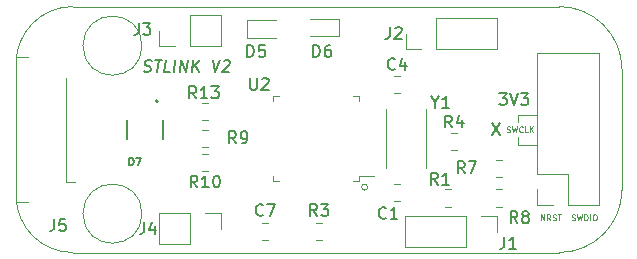
<source format=gbr>
%TF.GenerationSoftware,KiCad,Pcbnew,5.1.10*%
%TF.CreationDate,2021-10-01T14:20:23+03:00*%
%TF.ProjectId,Magma_STLink,4d61676d-615f-4535-944c-696e6b2e6b69,rev?*%
%TF.SameCoordinates,Original*%
%TF.FileFunction,Legend,Top*%
%TF.FilePolarity,Positive*%
%FSLAX46Y46*%
G04 Gerber Fmt 4.6, Leading zero omitted, Abs format (unit mm)*
G04 Created by KiCad (PCBNEW 5.1.10) date 2021-10-01 14:20:23*
%MOMM*%
%LPD*%
G01*
G04 APERTURE LIST*
%ADD10C,0.120000*%
%TA.AperFunction,Profile*%
%ADD11C,0.120000*%
%TD*%
%ADD12C,0.200000*%
%ADD13C,0.150000*%
%ADD14C,0.125000*%
%TA.AperFunction,Profile*%
%ADD15C,0.050000*%
%TD*%
%ADD16C,0.127000*%
%ADD17C,1.100000*%
%ADD18O,3.500000X1.900000*%
%ADD19R,2.500000X1.100000*%
%ADD20R,2.400000X1.700000*%
%ADD21O,1.700000X1.700000*%
%ADD22R,1.700000X1.700000*%
G04 APERTURE END LIST*
D10*
X64058800Y-62280800D02*
G75*
G03*
X64058800Y-62280800I-254000J0D01*
G01*
X76758800Y-56134000D02*
X76758800Y-56743600D01*
X78435200Y-56134000D02*
X76758800Y-56134000D01*
X76758800Y-58724800D02*
X76758800Y-58013600D01*
X78384400Y-58724800D02*
X76758800Y-58724800D01*
D11*
X44958000Y-64526800D02*
G75*
G03*
X44958000Y-64526800I-2500000J0D01*
G01*
X44958000Y-50302800D02*
G75*
G03*
X44958000Y-50302800I-2500000J0D01*
G01*
D12*
X45101657Y-52474761D02*
X45238561Y-52522380D01*
X45476657Y-52522380D01*
X45577847Y-52474761D01*
X45631419Y-52427142D01*
X45690942Y-52331904D01*
X45702847Y-52236666D01*
X45667133Y-52141428D01*
X45625466Y-52093809D01*
X45536180Y-52046190D01*
X45351657Y-51998571D01*
X45262371Y-51950952D01*
X45220704Y-51903333D01*
X45184990Y-51808095D01*
X45196895Y-51712857D01*
X45256419Y-51617619D01*
X45309990Y-51570000D01*
X45411180Y-51522380D01*
X45649276Y-51522380D01*
X45786180Y-51570000D01*
X46077847Y-51522380D02*
X46649276Y-51522380D01*
X46238561Y-52522380D02*
X46363561Y-51522380D01*
X47333800Y-52522380D02*
X46857609Y-52522380D01*
X46982609Y-51522380D01*
X47667133Y-52522380D02*
X47792133Y-51522380D01*
X48143323Y-52522380D02*
X48268323Y-51522380D01*
X48714752Y-52522380D01*
X48839752Y-51522380D01*
X49190942Y-52522380D02*
X49315942Y-51522380D01*
X49762371Y-52522380D02*
X49405228Y-51950952D01*
X49887371Y-51522380D02*
X49244514Y-52093809D01*
X50934990Y-51522380D02*
X51143323Y-52522380D01*
X51601657Y-51522380D01*
X51875466Y-51617619D02*
X51929038Y-51570000D01*
X52030228Y-51522380D01*
X52268323Y-51522380D01*
X52357609Y-51570000D01*
X52399276Y-51617619D01*
X52434990Y-51712857D01*
X52423085Y-51808095D01*
X52357609Y-51950952D01*
X51714752Y-52522380D01*
X52333800Y-52522380D01*
D13*
X74596666Y-56856380D02*
X75263333Y-57856380D01*
X75263333Y-56856380D02*
X74596666Y-57856380D01*
D14*
X75831047Y-57606380D02*
X75902476Y-57630190D01*
X76021523Y-57630190D01*
X76069142Y-57606380D01*
X76092952Y-57582571D01*
X76116761Y-57534952D01*
X76116761Y-57487333D01*
X76092952Y-57439714D01*
X76069142Y-57415904D01*
X76021523Y-57392095D01*
X75926285Y-57368285D01*
X75878666Y-57344476D01*
X75854857Y-57320666D01*
X75831047Y-57273047D01*
X75831047Y-57225428D01*
X75854857Y-57177809D01*
X75878666Y-57154000D01*
X75926285Y-57130190D01*
X76045333Y-57130190D01*
X76116761Y-57154000D01*
X76283428Y-57130190D02*
X76402476Y-57630190D01*
X76497714Y-57273047D01*
X76592952Y-57630190D01*
X76712000Y-57130190D01*
X77188190Y-57582571D02*
X77164380Y-57606380D01*
X77092952Y-57630190D01*
X77045333Y-57630190D01*
X76973904Y-57606380D01*
X76926285Y-57558761D01*
X76902476Y-57511142D01*
X76878666Y-57415904D01*
X76878666Y-57344476D01*
X76902476Y-57249238D01*
X76926285Y-57201619D01*
X76973904Y-57154000D01*
X77045333Y-57130190D01*
X77092952Y-57130190D01*
X77164380Y-57154000D01*
X77188190Y-57177809D01*
X77640571Y-57630190D02*
X77402476Y-57630190D01*
X77402476Y-57130190D01*
X77807238Y-57630190D02*
X77807238Y-57130190D01*
X78092952Y-57630190D02*
X77878666Y-57344476D01*
X78092952Y-57130190D02*
X77807238Y-57415904D01*
X78731371Y-65097790D02*
X78731371Y-64597790D01*
X79017085Y-65097790D01*
X79017085Y-64597790D01*
X79540895Y-65097790D02*
X79374228Y-64859695D01*
X79255180Y-65097790D02*
X79255180Y-64597790D01*
X79445657Y-64597790D01*
X79493276Y-64621600D01*
X79517085Y-64645409D01*
X79540895Y-64693028D01*
X79540895Y-64764457D01*
X79517085Y-64812076D01*
X79493276Y-64835885D01*
X79445657Y-64859695D01*
X79255180Y-64859695D01*
X79731371Y-65073980D02*
X79802800Y-65097790D01*
X79921847Y-65097790D01*
X79969466Y-65073980D01*
X79993276Y-65050171D01*
X80017085Y-65002552D01*
X80017085Y-64954933D01*
X79993276Y-64907314D01*
X79969466Y-64883504D01*
X79921847Y-64859695D01*
X79826609Y-64835885D01*
X79778990Y-64812076D01*
X79755180Y-64788266D01*
X79731371Y-64740647D01*
X79731371Y-64693028D01*
X79755180Y-64645409D01*
X79778990Y-64621600D01*
X79826609Y-64597790D01*
X79945657Y-64597790D01*
X80017085Y-64621600D01*
X80159942Y-64597790D02*
X80445657Y-64597790D01*
X80302800Y-65097790D02*
X80302800Y-64597790D01*
X81338076Y-65073980D02*
X81409504Y-65097790D01*
X81528552Y-65097790D01*
X81576171Y-65073980D01*
X81599980Y-65050171D01*
X81623790Y-65002552D01*
X81623790Y-64954933D01*
X81599980Y-64907314D01*
X81576171Y-64883504D01*
X81528552Y-64859695D01*
X81433314Y-64835885D01*
X81385695Y-64812076D01*
X81361885Y-64788266D01*
X81338076Y-64740647D01*
X81338076Y-64693028D01*
X81361885Y-64645409D01*
X81385695Y-64621600D01*
X81433314Y-64597790D01*
X81552361Y-64597790D01*
X81623790Y-64621600D01*
X81790457Y-64597790D02*
X81909504Y-65097790D01*
X82004742Y-64740647D01*
X82099980Y-65097790D01*
X82219028Y-64597790D01*
X82409504Y-65097790D02*
X82409504Y-64597790D01*
X82528552Y-64597790D01*
X82599980Y-64621600D01*
X82647600Y-64669219D01*
X82671409Y-64716838D01*
X82695219Y-64812076D01*
X82695219Y-64883504D01*
X82671409Y-64978742D01*
X82647600Y-65026361D01*
X82599980Y-65073980D01*
X82528552Y-65097790D01*
X82409504Y-65097790D01*
X82909504Y-65097790D02*
X82909504Y-64597790D01*
X83242838Y-64597790D02*
X83338076Y-64597790D01*
X83385695Y-64621600D01*
X83433314Y-64669219D01*
X83457123Y-64764457D01*
X83457123Y-64931123D01*
X83433314Y-65026361D01*
X83385695Y-65073980D01*
X83338076Y-65097790D01*
X83242838Y-65097790D01*
X83195219Y-65073980D01*
X83147600Y-65026361D01*
X83123790Y-64931123D01*
X83123790Y-64764457D01*
X83147600Y-64669219D01*
X83195219Y-64621600D01*
X83242838Y-64597790D01*
D13*
X75215904Y-54316380D02*
X75834952Y-54316380D01*
X75501619Y-54697333D01*
X75644476Y-54697333D01*
X75739714Y-54744952D01*
X75787333Y-54792571D01*
X75834952Y-54887809D01*
X75834952Y-55125904D01*
X75787333Y-55221142D01*
X75739714Y-55268761D01*
X75644476Y-55316380D01*
X75358761Y-55316380D01*
X75263523Y-55268761D01*
X75215904Y-55221142D01*
X76120666Y-54316380D02*
X76454000Y-55316380D01*
X76787333Y-54316380D01*
X77025428Y-54316380D02*
X77644476Y-54316380D01*
X77311142Y-54697333D01*
X77454000Y-54697333D01*
X77549238Y-54744952D01*
X77596857Y-54792571D01*
X77644476Y-54887809D01*
X77644476Y-55125904D01*
X77596857Y-55221142D01*
X77549238Y-55268761D01*
X77454000Y-55316380D01*
X77168285Y-55316380D01*
X77073047Y-55268761D01*
X77025428Y-55221142D01*
D15*
X85598000Y-52324000D02*
X85598000Y-62484000D01*
X80264000Y-46990000D02*
G75*
G02*
X85598000Y-52324000I0J-5334000D01*
G01*
X85598000Y-62484000D02*
G75*
G02*
X80264000Y-67818000I-5334000J0D01*
G01*
X43180000Y-67818000D02*
X39116000Y-67818000D01*
X34290000Y-51816000D02*
X34290000Y-62992000D01*
X39116000Y-67818000D02*
G75*
G02*
X34290000Y-62992000I0J4826000D01*
G01*
X34290000Y-51816000D02*
G75*
G02*
X39116000Y-46990000I4826000J0D01*
G01*
X43180000Y-46990000D02*
X39116000Y-46990000D01*
X43180000Y-67818000D02*
X80264000Y-67818000D01*
X43180000Y-46990000D02*
X80264000Y-46990000D01*
D10*
%TO.C,J5*%
X38500000Y-61804000D02*
X39255000Y-61804000D01*
X35330000Y-51259000D02*
X34280000Y-51259000D01*
X35330000Y-63549000D02*
X34280000Y-63549000D01*
X38500000Y-61804000D02*
X38500000Y-53004000D01*
%TO.C,Y1*%
X65600000Y-60666000D02*
X65600000Y-55666000D01*
X69020000Y-60666000D02*
X69020000Y-55666000D01*
%TO.C,U2*%
X56530000Y-54556000D02*
X56080000Y-54556000D01*
X56080000Y-54556000D02*
X56080000Y-55006000D01*
X62850000Y-54556000D02*
X63300000Y-54556000D01*
X63300000Y-54556000D02*
X63300000Y-55006000D01*
X56530000Y-61776000D02*
X56080000Y-61776000D01*
X56080000Y-61776000D02*
X56080000Y-61326000D01*
X62850000Y-61776000D02*
X63300000Y-61776000D01*
X63300000Y-61776000D02*
X63300000Y-61326000D01*
X63300000Y-61326000D02*
X64590000Y-61326000D01*
%TO.C,STLINK_CONN1*%
X83626000Y-63784000D02*
X81026000Y-63784000D01*
X83626000Y-63784000D02*
X83626000Y-50964000D01*
X83626000Y-50964000D02*
X78426000Y-50964000D01*
X78426000Y-61184000D02*
X78426000Y-50964000D01*
X81026000Y-61184000D02*
X78426000Y-61184000D01*
X81026000Y-63784000D02*
X81026000Y-61184000D01*
X78426000Y-63784000D02*
X78426000Y-62454000D01*
X79756000Y-63784000D02*
X78426000Y-63784000D01*
%TO.C,R13*%
X50519064Y-56615000D02*
X50064936Y-56615000D01*
X50519064Y-55145000D02*
X50064936Y-55145000D01*
%TO.C,R10*%
X50519064Y-60933000D02*
X50064936Y-60933000D01*
X50519064Y-59463000D02*
X50064936Y-59463000D01*
%TO.C,R9*%
X50519064Y-58901000D02*
X50064936Y-58901000D01*
X50519064Y-57431000D02*
X50064936Y-57431000D01*
%TO.C,R8*%
X74956936Y-62460200D02*
X75411064Y-62460200D01*
X74956936Y-63930200D02*
X75411064Y-63930200D01*
%TO.C,R7*%
X74956936Y-59971000D02*
X75411064Y-59971000D01*
X74956936Y-61441000D02*
X75411064Y-61441000D01*
%TO.C,R4*%
X71146936Y-57685000D02*
X71601064Y-57685000D01*
X71146936Y-59155000D02*
X71601064Y-59155000D01*
%TO.C,R3*%
X60155064Y-66775000D02*
X59700936Y-66775000D01*
X60155064Y-65305000D02*
X59700936Y-65305000D01*
%TO.C,R1*%
X71093064Y-63930200D02*
X70638936Y-63930200D01*
X71093064Y-62460200D02*
X70638936Y-62460200D01*
%TO.C,J4*%
X46422000Y-64456000D02*
X46422000Y-67116000D01*
X49022000Y-64456000D02*
X46422000Y-64456000D01*
X49022000Y-67116000D02*
X46422000Y-67116000D01*
X49022000Y-64456000D02*
X49022000Y-67116000D01*
X50292000Y-64456000D02*
X51622000Y-64456000D01*
X51622000Y-64456000D02*
X51622000Y-65786000D01*
%TO.C,J3*%
X51612000Y-50352000D02*
X51612000Y-47692000D01*
X49012000Y-50352000D02*
X51612000Y-50352000D01*
X49012000Y-47692000D02*
X51612000Y-47692000D01*
X49012000Y-50352000D02*
X49012000Y-47692000D01*
X47742000Y-50352000D02*
X46412000Y-50352000D01*
X46412000Y-50352000D02*
X46412000Y-49022000D01*
%TO.C,J2*%
X75020000Y-50606000D02*
X75020000Y-47946000D01*
X69880000Y-50606000D02*
X75020000Y-50606000D01*
X69880000Y-47946000D02*
X75020000Y-47946000D01*
X69880000Y-50606000D02*
X69880000Y-47946000D01*
X68610000Y-50606000D02*
X67280000Y-50606000D01*
X67280000Y-50606000D02*
X67280000Y-49276000D01*
%TO.C,J1*%
X67250000Y-64710000D02*
X67250000Y-67370000D01*
X72390000Y-64710000D02*
X67250000Y-64710000D01*
X72390000Y-67370000D02*
X67250000Y-67370000D01*
X72390000Y-64710000D02*
X72390000Y-67370000D01*
X73660000Y-64710000D02*
X74990000Y-64710000D01*
X74990000Y-64710000D02*
X74990000Y-66040000D01*
D16*
%TO.C,D7*%
X46776000Y-56591500D02*
X46776000Y-58216500D01*
X43648000Y-56591500D02*
X43648000Y-58216500D01*
D12*
X46312000Y-55004000D02*
G75*
G03*
X46312000Y-55004000I-100000J0D01*
G01*
D10*
%TO.C,D6*%
X59144000Y-49503000D02*
X61604000Y-49503000D01*
X61604000Y-49503000D02*
X61604000Y-48033000D01*
X61604000Y-48033000D02*
X59144000Y-48033000D01*
%TO.C,D5*%
X56313000Y-48160000D02*
X53853000Y-48160000D01*
X53853000Y-48160000D02*
X53853000Y-49630000D01*
X53853000Y-49630000D02*
X56313000Y-49630000D01*
%TO.C,C7*%
X55633252Y-66775000D02*
X55110748Y-66775000D01*
X55633252Y-65305000D02*
X55110748Y-65305000D01*
%TO.C,C4*%
X66286748Y-52859000D02*
X66809252Y-52859000D01*
X66286748Y-54329000D02*
X66809252Y-54329000D01*
%TO.C,C1*%
X66265248Y-62003000D02*
X66787752Y-62003000D01*
X66265248Y-63473000D02*
X66787752Y-63473000D01*
%TD*%
%TO.C,J5*%
D13*
X37512666Y-64984380D02*
X37512666Y-65698666D01*
X37465047Y-65841523D01*
X37369809Y-65936761D01*
X37226952Y-65984380D01*
X37131714Y-65984380D01*
X38465047Y-64984380D02*
X37988857Y-64984380D01*
X37941238Y-65460571D01*
X37988857Y-65412952D01*
X38084095Y-65365333D01*
X38322190Y-65365333D01*
X38417428Y-65412952D01*
X38465047Y-65460571D01*
X38512666Y-65555809D01*
X38512666Y-65793904D01*
X38465047Y-65889142D01*
X38417428Y-65936761D01*
X38322190Y-65984380D01*
X38084095Y-65984380D01*
X37988857Y-65936761D01*
X37941238Y-65889142D01*
%TO.C,Y1*%
X69780209Y-55094190D02*
X69780209Y-55570380D01*
X69446876Y-54570380D02*
X69780209Y-55094190D01*
X70113542Y-54570380D01*
X70970685Y-55570380D02*
X70399257Y-55570380D01*
X70684971Y-55570380D02*
X70684971Y-54570380D01*
X70589733Y-54713238D01*
X70494495Y-54808476D01*
X70399257Y-54856095D01*
%TO.C,U2*%
X54102095Y-53046380D02*
X54102095Y-53855904D01*
X54149714Y-53951142D01*
X54197333Y-53998761D01*
X54292571Y-54046380D01*
X54483047Y-54046380D01*
X54578285Y-53998761D01*
X54625904Y-53951142D01*
X54673523Y-53855904D01*
X54673523Y-53046380D01*
X55102095Y-53141619D02*
X55149714Y-53094000D01*
X55244952Y-53046380D01*
X55483047Y-53046380D01*
X55578285Y-53094000D01*
X55625904Y-53141619D01*
X55673523Y-53236857D01*
X55673523Y-53332095D01*
X55625904Y-53474952D01*
X55054476Y-54046380D01*
X55673523Y-54046380D01*
%TO.C,R13*%
X49547542Y-54757580D02*
X49214209Y-54281390D01*
X48976114Y-54757580D02*
X48976114Y-53757580D01*
X49357066Y-53757580D01*
X49452304Y-53805200D01*
X49499923Y-53852819D01*
X49547542Y-53948057D01*
X49547542Y-54090914D01*
X49499923Y-54186152D01*
X49452304Y-54233771D01*
X49357066Y-54281390D01*
X48976114Y-54281390D01*
X50499923Y-54757580D02*
X49928495Y-54757580D01*
X50214209Y-54757580D02*
X50214209Y-53757580D01*
X50118971Y-53900438D01*
X50023733Y-53995676D01*
X49928495Y-54043295D01*
X50833257Y-53757580D02*
X51452304Y-53757580D01*
X51118971Y-54138533D01*
X51261828Y-54138533D01*
X51357066Y-54186152D01*
X51404685Y-54233771D01*
X51452304Y-54329009D01*
X51452304Y-54567104D01*
X51404685Y-54662342D01*
X51357066Y-54709961D01*
X51261828Y-54757580D01*
X50976114Y-54757580D01*
X50880876Y-54709961D01*
X50833257Y-54662342D01*
%TO.C,R10*%
X49649142Y-62300380D02*
X49315809Y-61824190D01*
X49077714Y-62300380D02*
X49077714Y-61300380D01*
X49458666Y-61300380D01*
X49553904Y-61348000D01*
X49601523Y-61395619D01*
X49649142Y-61490857D01*
X49649142Y-61633714D01*
X49601523Y-61728952D01*
X49553904Y-61776571D01*
X49458666Y-61824190D01*
X49077714Y-61824190D01*
X50601523Y-62300380D02*
X50030095Y-62300380D01*
X50315809Y-62300380D02*
X50315809Y-61300380D01*
X50220571Y-61443238D01*
X50125333Y-61538476D01*
X50030095Y-61586095D01*
X51220571Y-61300380D02*
X51315809Y-61300380D01*
X51411047Y-61348000D01*
X51458666Y-61395619D01*
X51506285Y-61490857D01*
X51553904Y-61681333D01*
X51553904Y-61919428D01*
X51506285Y-62109904D01*
X51458666Y-62205142D01*
X51411047Y-62252761D01*
X51315809Y-62300380D01*
X51220571Y-62300380D01*
X51125333Y-62252761D01*
X51077714Y-62205142D01*
X51030095Y-62109904D01*
X50982476Y-61919428D01*
X50982476Y-61681333D01*
X51030095Y-61490857D01*
X51077714Y-61395619D01*
X51125333Y-61348000D01*
X51220571Y-61300380D01*
%TO.C,R9*%
X52919333Y-58567580D02*
X52586000Y-58091390D01*
X52347904Y-58567580D02*
X52347904Y-57567580D01*
X52728857Y-57567580D01*
X52824095Y-57615200D01*
X52871714Y-57662819D01*
X52919333Y-57758057D01*
X52919333Y-57900914D01*
X52871714Y-57996152D01*
X52824095Y-58043771D01*
X52728857Y-58091390D01*
X52347904Y-58091390D01*
X53395523Y-58567580D02*
X53586000Y-58567580D01*
X53681238Y-58519961D01*
X53728857Y-58472342D01*
X53824095Y-58329485D01*
X53871714Y-58139009D01*
X53871714Y-57758057D01*
X53824095Y-57662819D01*
X53776476Y-57615200D01*
X53681238Y-57567580D01*
X53490761Y-57567580D01*
X53395523Y-57615200D01*
X53347904Y-57662819D01*
X53300285Y-57758057D01*
X53300285Y-57996152D01*
X53347904Y-58091390D01*
X53395523Y-58139009D01*
X53490761Y-58186628D01*
X53681238Y-58186628D01*
X53776476Y-58139009D01*
X53824095Y-58091390D01*
X53871714Y-57996152D01*
%TO.C,R8*%
X76744533Y-65323980D02*
X76411200Y-64847790D01*
X76173104Y-65323980D02*
X76173104Y-64323980D01*
X76554057Y-64323980D01*
X76649295Y-64371600D01*
X76696914Y-64419219D01*
X76744533Y-64514457D01*
X76744533Y-64657314D01*
X76696914Y-64752552D01*
X76649295Y-64800171D01*
X76554057Y-64847790D01*
X76173104Y-64847790D01*
X77315961Y-64752552D02*
X77220723Y-64704933D01*
X77173104Y-64657314D01*
X77125485Y-64562076D01*
X77125485Y-64514457D01*
X77173104Y-64419219D01*
X77220723Y-64371600D01*
X77315961Y-64323980D01*
X77506438Y-64323980D01*
X77601676Y-64371600D01*
X77649295Y-64419219D01*
X77696914Y-64514457D01*
X77696914Y-64562076D01*
X77649295Y-64657314D01*
X77601676Y-64704933D01*
X77506438Y-64752552D01*
X77315961Y-64752552D01*
X77220723Y-64800171D01*
X77173104Y-64847790D01*
X77125485Y-64943028D01*
X77125485Y-65133504D01*
X77173104Y-65228742D01*
X77220723Y-65276361D01*
X77315961Y-65323980D01*
X77506438Y-65323980D01*
X77601676Y-65276361D01*
X77649295Y-65228742D01*
X77696914Y-65133504D01*
X77696914Y-64943028D01*
X77649295Y-64847790D01*
X77601676Y-64800171D01*
X77506438Y-64752552D01*
%TO.C,R7*%
X72274133Y-61107580D02*
X71940800Y-60631390D01*
X71702704Y-61107580D02*
X71702704Y-60107580D01*
X72083657Y-60107580D01*
X72178895Y-60155200D01*
X72226514Y-60202819D01*
X72274133Y-60298057D01*
X72274133Y-60440914D01*
X72226514Y-60536152D01*
X72178895Y-60583771D01*
X72083657Y-60631390D01*
X71702704Y-60631390D01*
X72607466Y-60107580D02*
X73274133Y-60107580D01*
X72845561Y-61107580D01*
%TO.C,R4*%
X71207333Y-57222380D02*
X70874000Y-56746190D01*
X70635904Y-57222380D02*
X70635904Y-56222380D01*
X71016857Y-56222380D01*
X71112095Y-56270000D01*
X71159714Y-56317619D01*
X71207333Y-56412857D01*
X71207333Y-56555714D01*
X71159714Y-56650952D01*
X71112095Y-56698571D01*
X71016857Y-56746190D01*
X70635904Y-56746190D01*
X72064476Y-56555714D02*
X72064476Y-57222380D01*
X71826380Y-56174761D02*
X71588285Y-56889047D01*
X72207333Y-56889047D01*
%TO.C,R3*%
X59777333Y-64714380D02*
X59444000Y-64238190D01*
X59205904Y-64714380D02*
X59205904Y-63714380D01*
X59586857Y-63714380D01*
X59682095Y-63762000D01*
X59729714Y-63809619D01*
X59777333Y-63904857D01*
X59777333Y-64047714D01*
X59729714Y-64142952D01*
X59682095Y-64190571D01*
X59586857Y-64238190D01*
X59205904Y-64238190D01*
X60110666Y-63714380D02*
X60729714Y-63714380D01*
X60396380Y-64095333D01*
X60539238Y-64095333D01*
X60634476Y-64142952D01*
X60682095Y-64190571D01*
X60729714Y-64285809D01*
X60729714Y-64523904D01*
X60682095Y-64619142D01*
X60634476Y-64666761D01*
X60539238Y-64714380D01*
X60253523Y-64714380D01*
X60158285Y-64666761D01*
X60110666Y-64619142D01*
%TO.C,R1*%
X69988133Y-62072780D02*
X69654800Y-61596590D01*
X69416704Y-62072780D02*
X69416704Y-61072780D01*
X69797657Y-61072780D01*
X69892895Y-61120400D01*
X69940514Y-61168019D01*
X69988133Y-61263257D01*
X69988133Y-61406114D01*
X69940514Y-61501352D01*
X69892895Y-61548971D01*
X69797657Y-61596590D01*
X69416704Y-61596590D01*
X70940514Y-62072780D02*
X70369085Y-62072780D01*
X70654800Y-62072780D02*
X70654800Y-61072780D01*
X70559561Y-61215638D01*
X70464323Y-61310876D01*
X70369085Y-61358495D01*
%TO.C,J4*%
X45132666Y-65238380D02*
X45132666Y-65952666D01*
X45085047Y-66095523D01*
X44989809Y-66190761D01*
X44846952Y-66238380D01*
X44751714Y-66238380D01*
X46037428Y-65571714D02*
X46037428Y-66238380D01*
X45799333Y-65190761D02*
X45561238Y-65905047D01*
X46180285Y-65905047D01*
%TO.C,J3*%
X44675466Y-48372780D02*
X44675466Y-49087066D01*
X44627847Y-49229923D01*
X44532609Y-49325161D01*
X44389752Y-49372780D01*
X44294514Y-49372780D01*
X45056419Y-48372780D02*
X45675466Y-48372780D01*
X45342133Y-48753733D01*
X45484990Y-48753733D01*
X45580228Y-48801352D01*
X45627847Y-48848971D01*
X45675466Y-48944209D01*
X45675466Y-49182304D01*
X45627847Y-49277542D01*
X45580228Y-49325161D01*
X45484990Y-49372780D01*
X45199276Y-49372780D01*
X45104038Y-49325161D01*
X45056419Y-49277542D01*
%TO.C,J2*%
X65946666Y-48728380D02*
X65946666Y-49442666D01*
X65899047Y-49585523D01*
X65803809Y-49680761D01*
X65660952Y-49728380D01*
X65565714Y-49728380D01*
X66375238Y-48823619D02*
X66422857Y-48776000D01*
X66518095Y-48728380D01*
X66756190Y-48728380D01*
X66851428Y-48776000D01*
X66899047Y-48823619D01*
X66946666Y-48918857D01*
X66946666Y-49014095D01*
X66899047Y-49156952D01*
X66327619Y-49728380D01*
X66946666Y-49728380D01*
%TO.C,J1*%
X75612666Y-66508380D02*
X75612666Y-67222666D01*
X75565047Y-67365523D01*
X75469809Y-67460761D01*
X75326952Y-67508380D01*
X75231714Y-67508380D01*
X76612666Y-67508380D02*
X76041238Y-67508380D01*
X76326952Y-67508380D02*
X76326952Y-66508380D01*
X76231714Y-66651238D01*
X76136476Y-66746476D01*
X76041238Y-66794095D01*
%TO.C,D7*%
X43876019Y-60436723D02*
X43876019Y-59796723D01*
X44028400Y-59796723D01*
X44119828Y-59827200D01*
X44180780Y-59888152D01*
X44211257Y-59949104D01*
X44241733Y-60071009D01*
X44241733Y-60162438D01*
X44211257Y-60284342D01*
X44180780Y-60345295D01*
X44119828Y-60406247D01*
X44028400Y-60436723D01*
X43876019Y-60436723D01*
X44455066Y-59796723D02*
X44881733Y-59796723D01*
X44607447Y-60436723D01*
%TO.C,D6*%
X59459904Y-51252380D02*
X59459904Y-50252380D01*
X59698000Y-50252380D01*
X59840857Y-50300000D01*
X59936095Y-50395238D01*
X59983714Y-50490476D01*
X60031333Y-50680952D01*
X60031333Y-50823809D01*
X59983714Y-51014285D01*
X59936095Y-51109523D01*
X59840857Y-51204761D01*
X59698000Y-51252380D01*
X59459904Y-51252380D01*
X60888476Y-50252380D02*
X60698000Y-50252380D01*
X60602761Y-50300000D01*
X60555142Y-50347619D01*
X60459904Y-50490476D01*
X60412285Y-50680952D01*
X60412285Y-51061904D01*
X60459904Y-51157142D01*
X60507523Y-51204761D01*
X60602761Y-51252380D01*
X60793238Y-51252380D01*
X60888476Y-51204761D01*
X60936095Y-51157142D01*
X60983714Y-51061904D01*
X60983714Y-50823809D01*
X60936095Y-50728571D01*
X60888476Y-50680952D01*
X60793238Y-50633333D01*
X60602761Y-50633333D01*
X60507523Y-50680952D01*
X60459904Y-50728571D01*
X60412285Y-50823809D01*
%TO.C,D5*%
X53871904Y-51252380D02*
X53871904Y-50252380D01*
X54110000Y-50252380D01*
X54252857Y-50300000D01*
X54348095Y-50395238D01*
X54395714Y-50490476D01*
X54443333Y-50680952D01*
X54443333Y-50823809D01*
X54395714Y-51014285D01*
X54348095Y-51109523D01*
X54252857Y-51204761D01*
X54110000Y-51252380D01*
X53871904Y-51252380D01*
X55348095Y-50252380D02*
X54871904Y-50252380D01*
X54824285Y-50728571D01*
X54871904Y-50680952D01*
X54967142Y-50633333D01*
X55205238Y-50633333D01*
X55300476Y-50680952D01*
X55348095Y-50728571D01*
X55395714Y-50823809D01*
X55395714Y-51061904D01*
X55348095Y-51157142D01*
X55300476Y-51204761D01*
X55205238Y-51252380D01*
X54967142Y-51252380D01*
X54871904Y-51204761D01*
X54824285Y-51157142D01*
%TO.C,C7*%
X55205333Y-64619142D02*
X55157714Y-64666761D01*
X55014857Y-64714380D01*
X54919619Y-64714380D01*
X54776761Y-64666761D01*
X54681523Y-64571523D01*
X54633904Y-64476285D01*
X54586285Y-64285809D01*
X54586285Y-64142952D01*
X54633904Y-63952476D01*
X54681523Y-63857238D01*
X54776761Y-63762000D01*
X54919619Y-63714380D01*
X55014857Y-63714380D01*
X55157714Y-63762000D01*
X55205333Y-63809619D01*
X55538666Y-63714380D02*
X56205333Y-63714380D01*
X55776761Y-64714380D01*
%TO.C,C4*%
X66381333Y-52271142D02*
X66333714Y-52318761D01*
X66190857Y-52366380D01*
X66095619Y-52366380D01*
X65952761Y-52318761D01*
X65857523Y-52223523D01*
X65809904Y-52128285D01*
X65762285Y-51937809D01*
X65762285Y-51794952D01*
X65809904Y-51604476D01*
X65857523Y-51509238D01*
X65952761Y-51414000D01*
X66095619Y-51366380D01*
X66190857Y-51366380D01*
X66333714Y-51414000D01*
X66381333Y-51461619D01*
X67238476Y-51699714D02*
X67238476Y-52366380D01*
X67000380Y-51318761D02*
X66762285Y-52033047D01*
X67381333Y-52033047D01*
%TO.C,C1*%
X65619333Y-64873142D02*
X65571714Y-64920761D01*
X65428857Y-64968380D01*
X65333619Y-64968380D01*
X65190761Y-64920761D01*
X65095523Y-64825523D01*
X65047904Y-64730285D01*
X65000285Y-64539809D01*
X65000285Y-64396952D01*
X65047904Y-64206476D01*
X65095523Y-64111238D01*
X65190761Y-64016000D01*
X65333619Y-63968380D01*
X65428857Y-63968380D01*
X65571714Y-64016000D01*
X65619333Y-64063619D01*
X66571714Y-64968380D02*
X66000285Y-64968380D01*
X66286000Y-64968380D02*
X66286000Y-63968380D01*
X66190761Y-64111238D01*
X66095523Y-64206476D01*
X66000285Y-64254095D01*
%TD*%
%LPC*%
D17*
%TO.C,J5*%
X37380000Y-55104000D03*
X37380000Y-59704000D03*
D18*
X37380000Y-51704000D03*
X37380000Y-63104000D03*
D19*
X40130000Y-53904000D03*
X40130000Y-60904000D03*
X40130000Y-56404000D03*
X40130000Y-58404000D03*
%TD*%
D20*
%TO.C,Y1*%
X67310000Y-56316000D03*
X67310000Y-60016000D03*
%TD*%
%TO.C,U2*%
G36*
G01*
X62590000Y-61666000D02*
X62590000Y-62991000D01*
G75*
G02*
X62515000Y-63066000I-75000J0D01*
G01*
X62365000Y-63066000D01*
G75*
G02*
X62290000Y-62991000I0J75000D01*
G01*
X62290000Y-61666000D01*
G75*
G02*
X62365000Y-61591000I75000J0D01*
G01*
X62515000Y-61591000D01*
G75*
G02*
X62590000Y-61666000I0J-75000D01*
G01*
G37*
G36*
G01*
X62090000Y-61666000D02*
X62090000Y-62991000D01*
G75*
G02*
X62015000Y-63066000I-75000J0D01*
G01*
X61865000Y-63066000D01*
G75*
G02*
X61790000Y-62991000I0J75000D01*
G01*
X61790000Y-61666000D01*
G75*
G02*
X61865000Y-61591000I75000J0D01*
G01*
X62015000Y-61591000D01*
G75*
G02*
X62090000Y-61666000I0J-75000D01*
G01*
G37*
G36*
G01*
X61590000Y-61666000D02*
X61590000Y-62991000D01*
G75*
G02*
X61515000Y-63066000I-75000J0D01*
G01*
X61365000Y-63066000D01*
G75*
G02*
X61290000Y-62991000I0J75000D01*
G01*
X61290000Y-61666000D01*
G75*
G02*
X61365000Y-61591000I75000J0D01*
G01*
X61515000Y-61591000D01*
G75*
G02*
X61590000Y-61666000I0J-75000D01*
G01*
G37*
G36*
G01*
X61090000Y-61666000D02*
X61090000Y-62991000D01*
G75*
G02*
X61015000Y-63066000I-75000J0D01*
G01*
X60865000Y-63066000D01*
G75*
G02*
X60790000Y-62991000I0J75000D01*
G01*
X60790000Y-61666000D01*
G75*
G02*
X60865000Y-61591000I75000J0D01*
G01*
X61015000Y-61591000D01*
G75*
G02*
X61090000Y-61666000I0J-75000D01*
G01*
G37*
G36*
G01*
X60590000Y-61666000D02*
X60590000Y-62991000D01*
G75*
G02*
X60515000Y-63066000I-75000J0D01*
G01*
X60365000Y-63066000D01*
G75*
G02*
X60290000Y-62991000I0J75000D01*
G01*
X60290000Y-61666000D01*
G75*
G02*
X60365000Y-61591000I75000J0D01*
G01*
X60515000Y-61591000D01*
G75*
G02*
X60590000Y-61666000I0J-75000D01*
G01*
G37*
G36*
G01*
X60090000Y-61666000D02*
X60090000Y-62991000D01*
G75*
G02*
X60015000Y-63066000I-75000J0D01*
G01*
X59865000Y-63066000D01*
G75*
G02*
X59790000Y-62991000I0J75000D01*
G01*
X59790000Y-61666000D01*
G75*
G02*
X59865000Y-61591000I75000J0D01*
G01*
X60015000Y-61591000D01*
G75*
G02*
X60090000Y-61666000I0J-75000D01*
G01*
G37*
G36*
G01*
X59590000Y-61666000D02*
X59590000Y-62991000D01*
G75*
G02*
X59515000Y-63066000I-75000J0D01*
G01*
X59365000Y-63066000D01*
G75*
G02*
X59290000Y-62991000I0J75000D01*
G01*
X59290000Y-61666000D01*
G75*
G02*
X59365000Y-61591000I75000J0D01*
G01*
X59515000Y-61591000D01*
G75*
G02*
X59590000Y-61666000I0J-75000D01*
G01*
G37*
G36*
G01*
X59090000Y-61666000D02*
X59090000Y-62991000D01*
G75*
G02*
X59015000Y-63066000I-75000J0D01*
G01*
X58865000Y-63066000D01*
G75*
G02*
X58790000Y-62991000I0J75000D01*
G01*
X58790000Y-61666000D01*
G75*
G02*
X58865000Y-61591000I75000J0D01*
G01*
X59015000Y-61591000D01*
G75*
G02*
X59090000Y-61666000I0J-75000D01*
G01*
G37*
G36*
G01*
X58590000Y-61666000D02*
X58590000Y-62991000D01*
G75*
G02*
X58515000Y-63066000I-75000J0D01*
G01*
X58365000Y-63066000D01*
G75*
G02*
X58290000Y-62991000I0J75000D01*
G01*
X58290000Y-61666000D01*
G75*
G02*
X58365000Y-61591000I75000J0D01*
G01*
X58515000Y-61591000D01*
G75*
G02*
X58590000Y-61666000I0J-75000D01*
G01*
G37*
G36*
G01*
X58090000Y-61666000D02*
X58090000Y-62991000D01*
G75*
G02*
X58015000Y-63066000I-75000J0D01*
G01*
X57865000Y-63066000D01*
G75*
G02*
X57790000Y-62991000I0J75000D01*
G01*
X57790000Y-61666000D01*
G75*
G02*
X57865000Y-61591000I75000J0D01*
G01*
X58015000Y-61591000D01*
G75*
G02*
X58090000Y-61666000I0J-75000D01*
G01*
G37*
G36*
G01*
X57590000Y-61666000D02*
X57590000Y-62991000D01*
G75*
G02*
X57515000Y-63066000I-75000J0D01*
G01*
X57365000Y-63066000D01*
G75*
G02*
X57290000Y-62991000I0J75000D01*
G01*
X57290000Y-61666000D01*
G75*
G02*
X57365000Y-61591000I75000J0D01*
G01*
X57515000Y-61591000D01*
G75*
G02*
X57590000Y-61666000I0J-75000D01*
G01*
G37*
G36*
G01*
X57090000Y-61666000D02*
X57090000Y-62991000D01*
G75*
G02*
X57015000Y-63066000I-75000J0D01*
G01*
X56865000Y-63066000D01*
G75*
G02*
X56790000Y-62991000I0J75000D01*
G01*
X56790000Y-61666000D01*
G75*
G02*
X56865000Y-61591000I75000J0D01*
G01*
X57015000Y-61591000D01*
G75*
G02*
X57090000Y-61666000I0J-75000D01*
G01*
G37*
G36*
G01*
X56265000Y-60841000D02*
X56265000Y-60991000D01*
G75*
G02*
X56190000Y-61066000I-75000J0D01*
G01*
X54865000Y-61066000D01*
G75*
G02*
X54790000Y-60991000I0J75000D01*
G01*
X54790000Y-60841000D01*
G75*
G02*
X54865000Y-60766000I75000J0D01*
G01*
X56190000Y-60766000D01*
G75*
G02*
X56265000Y-60841000I0J-75000D01*
G01*
G37*
G36*
G01*
X56265000Y-60341000D02*
X56265000Y-60491000D01*
G75*
G02*
X56190000Y-60566000I-75000J0D01*
G01*
X54865000Y-60566000D01*
G75*
G02*
X54790000Y-60491000I0J75000D01*
G01*
X54790000Y-60341000D01*
G75*
G02*
X54865000Y-60266000I75000J0D01*
G01*
X56190000Y-60266000D01*
G75*
G02*
X56265000Y-60341000I0J-75000D01*
G01*
G37*
G36*
G01*
X56265000Y-59841000D02*
X56265000Y-59991000D01*
G75*
G02*
X56190000Y-60066000I-75000J0D01*
G01*
X54865000Y-60066000D01*
G75*
G02*
X54790000Y-59991000I0J75000D01*
G01*
X54790000Y-59841000D01*
G75*
G02*
X54865000Y-59766000I75000J0D01*
G01*
X56190000Y-59766000D01*
G75*
G02*
X56265000Y-59841000I0J-75000D01*
G01*
G37*
G36*
G01*
X56265000Y-59341000D02*
X56265000Y-59491000D01*
G75*
G02*
X56190000Y-59566000I-75000J0D01*
G01*
X54865000Y-59566000D01*
G75*
G02*
X54790000Y-59491000I0J75000D01*
G01*
X54790000Y-59341000D01*
G75*
G02*
X54865000Y-59266000I75000J0D01*
G01*
X56190000Y-59266000D01*
G75*
G02*
X56265000Y-59341000I0J-75000D01*
G01*
G37*
G36*
G01*
X56265000Y-58841000D02*
X56265000Y-58991000D01*
G75*
G02*
X56190000Y-59066000I-75000J0D01*
G01*
X54865000Y-59066000D01*
G75*
G02*
X54790000Y-58991000I0J75000D01*
G01*
X54790000Y-58841000D01*
G75*
G02*
X54865000Y-58766000I75000J0D01*
G01*
X56190000Y-58766000D01*
G75*
G02*
X56265000Y-58841000I0J-75000D01*
G01*
G37*
G36*
G01*
X56265000Y-58341000D02*
X56265000Y-58491000D01*
G75*
G02*
X56190000Y-58566000I-75000J0D01*
G01*
X54865000Y-58566000D01*
G75*
G02*
X54790000Y-58491000I0J75000D01*
G01*
X54790000Y-58341000D01*
G75*
G02*
X54865000Y-58266000I75000J0D01*
G01*
X56190000Y-58266000D01*
G75*
G02*
X56265000Y-58341000I0J-75000D01*
G01*
G37*
G36*
G01*
X56265000Y-57841000D02*
X56265000Y-57991000D01*
G75*
G02*
X56190000Y-58066000I-75000J0D01*
G01*
X54865000Y-58066000D01*
G75*
G02*
X54790000Y-57991000I0J75000D01*
G01*
X54790000Y-57841000D01*
G75*
G02*
X54865000Y-57766000I75000J0D01*
G01*
X56190000Y-57766000D01*
G75*
G02*
X56265000Y-57841000I0J-75000D01*
G01*
G37*
G36*
G01*
X56265000Y-57341000D02*
X56265000Y-57491000D01*
G75*
G02*
X56190000Y-57566000I-75000J0D01*
G01*
X54865000Y-57566000D01*
G75*
G02*
X54790000Y-57491000I0J75000D01*
G01*
X54790000Y-57341000D01*
G75*
G02*
X54865000Y-57266000I75000J0D01*
G01*
X56190000Y-57266000D01*
G75*
G02*
X56265000Y-57341000I0J-75000D01*
G01*
G37*
G36*
G01*
X56265000Y-56841000D02*
X56265000Y-56991000D01*
G75*
G02*
X56190000Y-57066000I-75000J0D01*
G01*
X54865000Y-57066000D01*
G75*
G02*
X54790000Y-56991000I0J75000D01*
G01*
X54790000Y-56841000D01*
G75*
G02*
X54865000Y-56766000I75000J0D01*
G01*
X56190000Y-56766000D01*
G75*
G02*
X56265000Y-56841000I0J-75000D01*
G01*
G37*
G36*
G01*
X56265000Y-56341000D02*
X56265000Y-56491000D01*
G75*
G02*
X56190000Y-56566000I-75000J0D01*
G01*
X54865000Y-56566000D01*
G75*
G02*
X54790000Y-56491000I0J75000D01*
G01*
X54790000Y-56341000D01*
G75*
G02*
X54865000Y-56266000I75000J0D01*
G01*
X56190000Y-56266000D01*
G75*
G02*
X56265000Y-56341000I0J-75000D01*
G01*
G37*
G36*
G01*
X56265000Y-55841000D02*
X56265000Y-55991000D01*
G75*
G02*
X56190000Y-56066000I-75000J0D01*
G01*
X54865000Y-56066000D01*
G75*
G02*
X54790000Y-55991000I0J75000D01*
G01*
X54790000Y-55841000D01*
G75*
G02*
X54865000Y-55766000I75000J0D01*
G01*
X56190000Y-55766000D01*
G75*
G02*
X56265000Y-55841000I0J-75000D01*
G01*
G37*
G36*
G01*
X56265000Y-55341000D02*
X56265000Y-55491000D01*
G75*
G02*
X56190000Y-55566000I-75000J0D01*
G01*
X54865000Y-55566000D01*
G75*
G02*
X54790000Y-55491000I0J75000D01*
G01*
X54790000Y-55341000D01*
G75*
G02*
X54865000Y-55266000I75000J0D01*
G01*
X56190000Y-55266000D01*
G75*
G02*
X56265000Y-55341000I0J-75000D01*
G01*
G37*
G36*
G01*
X57090000Y-53341000D02*
X57090000Y-54666000D01*
G75*
G02*
X57015000Y-54741000I-75000J0D01*
G01*
X56865000Y-54741000D01*
G75*
G02*
X56790000Y-54666000I0J75000D01*
G01*
X56790000Y-53341000D01*
G75*
G02*
X56865000Y-53266000I75000J0D01*
G01*
X57015000Y-53266000D01*
G75*
G02*
X57090000Y-53341000I0J-75000D01*
G01*
G37*
G36*
G01*
X57590000Y-53341000D02*
X57590000Y-54666000D01*
G75*
G02*
X57515000Y-54741000I-75000J0D01*
G01*
X57365000Y-54741000D01*
G75*
G02*
X57290000Y-54666000I0J75000D01*
G01*
X57290000Y-53341000D01*
G75*
G02*
X57365000Y-53266000I75000J0D01*
G01*
X57515000Y-53266000D01*
G75*
G02*
X57590000Y-53341000I0J-75000D01*
G01*
G37*
G36*
G01*
X58090000Y-53341000D02*
X58090000Y-54666000D01*
G75*
G02*
X58015000Y-54741000I-75000J0D01*
G01*
X57865000Y-54741000D01*
G75*
G02*
X57790000Y-54666000I0J75000D01*
G01*
X57790000Y-53341000D01*
G75*
G02*
X57865000Y-53266000I75000J0D01*
G01*
X58015000Y-53266000D01*
G75*
G02*
X58090000Y-53341000I0J-75000D01*
G01*
G37*
G36*
G01*
X58590000Y-53341000D02*
X58590000Y-54666000D01*
G75*
G02*
X58515000Y-54741000I-75000J0D01*
G01*
X58365000Y-54741000D01*
G75*
G02*
X58290000Y-54666000I0J75000D01*
G01*
X58290000Y-53341000D01*
G75*
G02*
X58365000Y-53266000I75000J0D01*
G01*
X58515000Y-53266000D01*
G75*
G02*
X58590000Y-53341000I0J-75000D01*
G01*
G37*
G36*
G01*
X59090000Y-53341000D02*
X59090000Y-54666000D01*
G75*
G02*
X59015000Y-54741000I-75000J0D01*
G01*
X58865000Y-54741000D01*
G75*
G02*
X58790000Y-54666000I0J75000D01*
G01*
X58790000Y-53341000D01*
G75*
G02*
X58865000Y-53266000I75000J0D01*
G01*
X59015000Y-53266000D01*
G75*
G02*
X59090000Y-53341000I0J-75000D01*
G01*
G37*
G36*
G01*
X59590000Y-53341000D02*
X59590000Y-54666000D01*
G75*
G02*
X59515000Y-54741000I-75000J0D01*
G01*
X59365000Y-54741000D01*
G75*
G02*
X59290000Y-54666000I0J75000D01*
G01*
X59290000Y-53341000D01*
G75*
G02*
X59365000Y-53266000I75000J0D01*
G01*
X59515000Y-53266000D01*
G75*
G02*
X59590000Y-53341000I0J-75000D01*
G01*
G37*
G36*
G01*
X60090000Y-53341000D02*
X60090000Y-54666000D01*
G75*
G02*
X60015000Y-54741000I-75000J0D01*
G01*
X59865000Y-54741000D01*
G75*
G02*
X59790000Y-54666000I0J75000D01*
G01*
X59790000Y-53341000D01*
G75*
G02*
X59865000Y-53266000I75000J0D01*
G01*
X60015000Y-53266000D01*
G75*
G02*
X60090000Y-53341000I0J-75000D01*
G01*
G37*
G36*
G01*
X60590000Y-53341000D02*
X60590000Y-54666000D01*
G75*
G02*
X60515000Y-54741000I-75000J0D01*
G01*
X60365000Y-54741000D01*
G75*
G02*
X60290000Y-54666000I0J75000D01*
G01*
X60290000Y-53341000D01*
G75*
G02*
X60365000Y-53266000I75000J0D01*
G01*
X60515000Y-53266000D01*
G75*
G02*
X60590000Y-53341000I0J-75000D01*
G01*
G37*
G36*
G01*
X61090000Y-53341000D02*
X61090000Y-54666000D01*
G75*
G02*
X61015000Y-54741000I-75000J0D01*
G01*
X60865000Y-54741000D01*
G75*
G02*
X60790000Y-54666000I0J75000D01*
G01*
X60790000Y-53341000D01*
G75*
G02*
X60865000Y-53266000I75000J0D01*
G01*
X61015000Y-53266000D01*
G75*
G02*
X61090000Y-53341000I0J-75000D01*
G01*
G37*
G36*
G01*
X61590000Y-53341000D02*
X61590000Y-54666000D01*
G75*
G02*
X61515000Y-54741000I-75000J0D01*
G01*
X61365000Y-54741000D01*
G75*
G02*
X61290000Y-54666000I0J75000D01*
G01*
X61290000Y-53341000D01*
G75*
G02*
X61365000Y-53266000I75000J0D01*
G01*
X61515000Y-53266000D01*
G75*
G02*
X61590000Y-53341000I0J-75000D01*
G01*
G37*
G36*
G01*
X62090000Y-53341000D02*
X62090000Y-54666000D01*
G75*
G02*
X62015000Y-54741000I-75000J0D01*
G01*
X61865000Y-54741000D01*
G75*
G02*
X61790000Y-54666000I0J75000D01*
G01*
X61790000Y-53341000D01*
G75*
G02*
X61865000Y-53266000I75000J0D01*
G01*
X62015000Y-53266000D01*
G75*
G02*
X62090000Y-53341000I0J-75000D01*
G01*
G37*
G36*
G01*
X62590000Y-53341000D02*
X62590000Y-54666000D01*
G75*
G02*
X62515000Y-54741000I-75000J0D01*
G01*
X62365000Y-54741000D01*
G75*
G02*
X62290000Y-54666000I0J75000D01*
G01*
X62290000Y-53341000D01*
G75*
G02*
X62365000Y-53266000I75000J0D01*
G01*
X62515000Y-53266000D01*
G75*
G02*
X62590000Y-53341000I0J-75000D01*
G01*
G37*
G36*
G01*
X64590000Y-55341000D02*
X64590000Y-55491000D01*
G75*
G02*
X64515000Y-55566000I-75000J0D01*
G01*
X63190000Y-55566000D01*
G75*
G02*
X63115000Y-55491000I0J75000D01*
G01*
X63115000Y-55341000D01*
G75*
G02*
X63190000Y-55266000I75000J0D01*
G01*
X64515000Y-55266000D01*
G75*
G02*
X64590000Y-55341000I0J-75000D01*
G01*
G37*
G36*
G01*
X64590000Y-55841000D02*
X64590000Y-55991000D01*
G75*
G02*
X64515000Y-56066000I-75000J0D01*
G01*
X63190000Y-56066000D01*
G75*
G02*
X63115000Y-55991000I0J75000D01*
G01*
X63115000Y-55841000D01*
G75*
G02*
X63190000Y-55766000I75000J0D01*
G01*
X64515000Y-55766000D01*
G75*
G02*
X64590000Y-55841000I0J-75000D01*
G01*
G37*
G36*
G01*
X64590000Y-56341000D02*
X64590000Y-56491000D01*
G75*
G02*
X64515000Y-56566000I-75000J0D01*
G01*
X63190000Y-56566000D01*
G75*
G02*
X63115000Y-56491000I0J75000D01*
G01*
X63115000Y-56341000D01*
G75*
G02*
X63190000Y-56266000I75000J0D01*
G01*
X64515000Y-56266000D01*
G75*
G02*
X64590000Y-56341000I0J-75000D01*
G01*
G37*
G36*
G01*
X64590000Y-56841000D02*
X64590000Y-56991000D01*
G75*
G02*
X64515000Y-57066000I-75000J0D01*
G01*
X63190000Y-57066000D01*
G75*
G02*
X63115000Y-56991000I0J75000D01*
G01*
X63115000Y-56841000D01*
G75*
G02*
X63190000Y-56766000I75000J0D01*
G01*
X64515000Y-56766000D01*
G75*
G02*
X64590000Y-56841000I0J-75000D01*
G01*
G37*
G36*
G01*
X64590000Y-57341000D02*
X64590000Y-57491000D01*
G75*
G02*
X64515000Y-57566000I-75000J0D01*
G01*
X63190000Y-57566000D01*
G75*
G02*
X63115000Y-57491000I0J75000D01*
G01*
X63115000Y-57341000D01*
G75*
G02*
X63190000Y-57266000I75000J0D01*
G01*
X64515000Y-57266000D01*
G75*
G02*
X64590000Y-57341000I0J-75000D01*
G01*
G37*
G36*
G01*
X64590000Y-57841000D02*
X64590000Y-57991000D01*
G75*
G02*
X64515000Y-58066000I-75000J0D01*
G01*
X63190000Y-58066000D01*
G75*
G02*
X63115000Y-57991000I0J75000D01*
G01*
X63115000Y-57841000D01*
G75*
G02*
X63190000Y-57766000I75000J0D01*
G01*
X64515000Y-57766000D01*
G75*
G02*
X64590000Y-57841000I0J-75000D01*
G01*
G37*
G36*
G01*
X64590000Y-58341000D02*
X64590000Y-58491000D01*
G75*
G02*
X64515000Y-58566000I-75000J0D01*
G01*
X63190000Y-58566000D01*
G75*
G02*
X63115000Y-58491000I0J75000D01*
G01*
X63115000Y-58341000D01*
G75*
G02*
X63190000Y-58266000I75000J0D01*
G01*
X64515000Y-58266000D01*
G75*
G02*
X64590000Y-58341000I0J-75000D01*
G01*
G37*
G36*
G01*
X64590000Y-58841000D02*
X64590000Y-58991000D01*
G75*
G02*
X64515000Y-59066000I-75000J0D01*
G01*
X63190000Y-59066000D01*
G75*
G02*
X63115000Y-58991000I0J75000D01*
G01*
X63115000Y-58841000D01*
G75*
G02*
X63190000Y-58766000I75000J0D01*
G01*
X64515000Y-58766000D01*
G75*
G02*
X64590000Y-58841000I0J-75000D01*
G01*
G37*
G36*
G01*
X64590000Y-59341000D02*
X64590000Y-59491000D01*
G75*
G02*
X64515000Y-59566000I-75000J0D01*
G01*
X63190000Y-59566000D01*
G75*
G02*
X63115000Y-59491000I0J75000D01*
G01*
X63115000Y-59341000D01*
G75*
G02*
X63190000Y-59266000I75000J0D01*
G01*
X64515000Y-59266000D01*
G75*
G02*
X64590000Y-59341000I0J-75000D01*
G01*
G37*
G36*
G01*
X64590000Y-59841000D02*
X64590000Y-59991000D01*
G75*
G02*
X64515000Y-60066000I-75000J0D01*
G01*
X63190000Y-60066000D01*
G75*
G02*
X63115000Y-59991000I0J75000D01*
G01*
X63115000Y-59841000D01*
G75*
G02*
X63190000Y-59766000I75000J0D01*
G01*
X64515000Y-59766000D01*
G75*
G02*
X64590000Y-59841000I0J-75000D01*
G01*
G37*
G36*
G01*
X64590000Y-60341000D02*
X64590000Y-60491000D01*
G75*
G02*
X64515000Y-60566000I-75000J0D01*
G01*
X63190000Y-60566000D01*
G75*
G02*
X63115000Y-60491000I0J75000D01*
G01*
X63115000Y-60341000D01*
G75*
G02*
X63190000Y-60266000I75000J0D01*
G01*
X64515000Y-60266000D01*
G75*
G02*
X64590000Y-60341000I0J-75000D01*
G01*
G37*
G36*
G01*
X64590000Y-60841000D02*
X64590000Y-60991000D01*
G75*
G02*
X64515000Y-61066000I-75000J0D01*
G01*
X63190000Y-61066000D01*
G75*
G02*
X63115000Y-60991000I0J75000D01*
G01*
X63115000Y-60841000D01*
G75*
G02*
X63190000Y-60766000I75000J0D01*
G01*
X64515000Y-60766000D01*
G75*
G02*
X64590000Y-60841000I0J-75000D01*
G01*
G37*
%TD*%
D21*
%TO.C,STLINK_CONN1*%
X82296000Y-52294000D03*
X79756000Y-52294000D03*
X82296000Y-54834000D03*
X79756000Y-54834000D03*
X82296000Y-57374000D03*
X79756000Y-57374000D03*
X82296000Y-59914000D03*
X79756000Y-59914000D03*
X82296000Y-62454000D03*
D22*
X79756000Y-62454000D03*
%TD*%
%TO.C,R13*%
G36*
G01*
X49892000Y-55429999D02*
X49892000Y-56330001D01*
G75*
G02*
X49642001Y-56580000I-249999J0D01*
G01*
X48941999Y-56580000D01*
G75*
G02*
X48692000Y-56330001I0J249999D01*
G01*
X48692000Y-55429999D01*
G75*
G02*
X48941999Y-55180000I249999J0D01*
G01*
X49642001Y-55180000D01*
G75*
G02*
X49892000Y-55429999I0J-249999D01*
G01*
G37*
G36*
G01*
X51892000Y-55429999D02*
X51892000Y-56330001D01*
G75*
G02*
X51642001Y-56580000I-249999J0D01*
G01*
X50941999Y-56580000D01*
G75*
G02*
X50692000Y-56330001I0J249999D01*
G01*
X50692000Y-55429999D01*
G75*
G02*
X50941999Y-55180000I249999J0D01*
G01*
X51642001Y-55180000D01*
G75*
G02*
X51892000Y-55429999I0J-249999D01*
G01*
G37*
%TD*%
%TO.C,R10*%
G36*
G01*
X49892000Y-59747999D02*
X49892000Y-60648001D01*
G75*
G02*
X49642001Y-60898000I-249999J0D01*
G01*
X48941999Y-60898000D01*
G75*
G02*
X48692000Y-60648001I0J249999D01*
G01*
X48692000Y-59747999D01*
G75*
G02*
X48941999Y-59498000I249999J0D01*
G01*
X49642001Y-59498000D01*
G75*
G02*
X49892000Y-59747999I0J-249999D01*
G01*
G37*
G36*
G01*
X51892000Y-59747999D02*
X51892000Y-60648001D01*
G75*
G02*
X51642001Y-60898000I-249999J0D01*
G01*
X50941999Y-60898000D01*
G75*
G02*
X50692000Y-60648001I0J249999D01*
G01*
X50692000Y-59747999D01*
G75*
G02*
X50941999Y-59498000I249999J0D01*
G01*
X51642001Y-59498000D01*
G75*
G02*
X51892000Y-59747999I0J-249999D01*
G01*
G37*
%TD*%
%TO.C,R9*%
G36*
G01*
X49892000Y-57715999D02*
X49892000Y-58616001D01*
G75*
G02*
X49642001Y-58866000I-249999J0D01*
G01*
X48941999Y-58866000D01*
G75*
G02*
X48692000Y-58616001I0J249999D01*
G01*
X48692000Y-57715999D01*
G75*
G02*
X48941999Y-57466000I249999J0D01*
G01*
X49642001Y-57466000D01*
G75*
G02*
X49892000Y-57715999I0J-249999D01*
G01*
G37*
G36*
G01*
X51892000Y-57715999D02*
X51892000Y-58616001D01*
G75*
G02*
X51642001Y-58866000I-249999J0D01*
G01*
X50941999Y-58866000D01*
G75*
G02*
X50692000Y-58616001I0J249999D01*
G01*
X50692000Y-57715999D01*
G75*
G02*
X50941999Y-57466000I249999J0D01*
G01*
X51642001Y-57466000D01*
G75*
G02*
X51892000Y-57715999I0J-249999D01*
G01*
G37*
%TD*%
%TO.C,R8*%
G36*
G01*
X75584000Y-63645201D02*
X75584000Y-62745199D01*
G75*
G02*
X75833999Y-62495200I249999J0D01*
G01*
X76534001Y-62495200D01*
G75*
G02*
X76784000Y-62745199I0J-249999D01*
G01*
X76784000Y-63645201D01*
G75*
G02*
X76534001Y-63895200I-249999J0D01*
G01*
X75833999Y-63895200D01*
G75*
G02*
X75584000Y-63645201I0J249999D01*
G01*
G37*
G36*
G01*
X73584000Y-63645201D02*
X73584000Y-62745199D01*
G75*
G02*
X73833999Y-62495200I249999J0D01*
G01*
X74534001Y-62495200D01*
G75*
G02*
X74784000Y-62745199I0J-249999D01*
G01*
X74784000Y-63645201D01*
G75*
G02*
X74534001Y-63895200I-249999J0D01*
G01*
X73833999Y-63895200D01*
G75*
G02*
X73584000Y-63645201I0J249999D01*
G01*
G37*
%TD*%
%TO.C,R7*%
G36*
G01*
X75584000Y-61156001D02*
X75584000Y-60255999D01*
G75*
G02*
X75833999Y-60006000I249999J0D01*
G01*
X76534001Y-60006000D01*
G75*
G02*
X76784000Y-60255999I0J-249999D01*
G01*
X76784000Y-61156001D01*
G75*
G02*
X76534001Y-61406000I-249999J0D01*
G01*
X75833999Y-61406000D01*
G75*
G02*
X75584000Y-61156001I0J249999D01*
G01*
G37*
G36*
G01*
X73584000Y-61156001D02*
X73584000Y-60255999D01*
G75*
G02*
X73833999Y-60006000I249999J0D01*
G01*
X74534001Y-60006000D01*
G75*
G02*
X74784000Y-60255999I0J-249999D01*
G01*
X74784000Y-61156001D01*
G75*
G02*
X74534001Y-61406000I-249999J0D01*
G01*
X73833999Y-61406000D01*
G75*
G02*
X73584000Y-61156001I0J249999D01*
G01*
G37*
%TD*%
%TO.C,R4*%
G36*
G01*
X71774000Y-58870001D02*
X71774000Y-57969999D01*
G75*
G02*
X72023999Y-57720000I249999J0D01*
G01*
X72724001Y-57720000D01*
G75*
G02*
X72974000Y-57969999I0J-249999D01*
G01*
X72974000Y-58870001D01*
G75*
G02*
X72724001Y-59120000I-249999J0D01*
G01*
X72023999Y-59120000D01*
G75*
G02*
X71774000Y-58870001I0J249999D01*
G01*
G37*
G36*
G01*
X69774000Y-58870001D02*
X69774000Y-57969999D01*
G75*
G02*
X70023999Y-57720000I249999J0D01*
G01*
X70724001Y-57720000D01*
G75*
G02*
X70974000Y-57969999I0J-249999D01*
G01*
X70974000Y-58870001D01*
G75*
G02*
X70724001Y-59120000I-249999J0D01*
G01*
X70023999Y-59120000D01*
G75*
G02*
X69774000Y-58870001I0J249999D01*
G01*
G37*
%TD*%
%TO.C,R3*%
G36*
G01*
X59528000Y-65589999D02*
X59528000Y-66490001D01*
G75*
G02*
X59278001Y-66740000I-249999J0D01*
G01*
X58577999Y-66740000D01*
G75*
G02*
X58328000Y-66490001I0J249999D01*
G01*
X58328000Y-65589999D01*
G75*
G02*
X58577999Y-65340000I249999J0D01*
G01*
X59278001Y-65340000D01*
G75*
G02*
X59528000Y-65589999I0J-249999D01*
G01*
G37*
G36*
G01*
X61528000Y-65589999D02*
X61528000Y-66490001D01*
G75*
G02*
X61278001Y-66740000I-249999J0D01*
G01*
X60577999Y-66740000D01*
G75*
G02*
X60328000Y-66490001I0J249999D01*
G01*
X60328000Y-65589999D01*
G75*
G02*
X60577999Y-65340000I249999J0D01*
G01*
X61278001Y-65340000D01*
G75*
G02*
X61528000Y-65589999I0J-249999D01*
G01*
G37*
%TD*%
%TO.C,R1*%
G36*
G01*
X70466000Y-62745199D02*
X70466000Y-63645201D01*
G75*
G02*
X70216001Y-63895200I-249999J0D01*
G01*
X69515999Y-63895200D01*
G75*
G02*
X69266000Y-63645201I0J249999D01*
G01*
X69266000Y-62745199D01*
G75*
G02*
X69515999Y-62495200I249999J0D01*
G01*
X70216001Y-62495200D01*
G75*
G02*
X70466000Y-62745199I0J-249999D01*
G01*
G37*
G36*
G01*
X72466000Y-62745199D02*
X72466000Y-63645201D01*
G75*
G02*
X72216001Y-63895200I-249999J0D01*
G01*
X71515999Y-63895200D01*
G75*
G02*
X71266000Y-63645201I0J249999D01*
G01*
X71266000Y-62745199D01*
G75*
G02*
X71515999Y-62495200I249999J0D01*
G01*
X72216001Y-62495200D01*
G75*
G02*
X72466000Y-62745199I0J-249999D01*
G01*
G37*
%TD*%
D21*
%TO.C,J4*%
X47752000Y-65786000D03*
D22*
X50292000Y-65786000D03*
%TD*%
D21*
%TO.C,J3*%
X50282000Y-49022000D03*
D22*
X47742000Y-49022000D03*
%TD*%
D21*
%TO.C,J2*%
X73690000Y-49276000D03*
X71150000Y-49276000D03*
D22*
X68610000Y-49276000D03*
%TD*%
D21*
%TO.C,J1*%
X68580000Y-66040000D03*
X71120000Y-66040000D03*
D22*
X73660000Y-66040000D03*
%TD*%
%TO.C,D7*%
G36*
G01*
X45904000Y-57899000D02*
X46420000Y-57899000D01*
G75*
G02*
X46462000Y-57941000I0J-42000D01*
G01*
X46462000Y-59217000D01*
G75*
G02*
X46420000Y-59259000I-42000J0D01*
G01*
X45904000Y-59259000D01*
G75*
G02*
X45862000Y-59217000I0J42000D01*
G01*
X45862000Y-57941000D01*
G75*
G02*
X45904000Y-57899000I42000J0D01*
G01*
G37*
G36*
G01*
X44954000Y-57899000D02*
X45470000Y-57899000D01*
G75*
G02*
X45512000Y-57941000I0J-42000D01*
G01*
X45512000Y-59217000D01*
G75*
G02*
X45470000Y-59259000I-42000J0D01*
G01*
X44954000Y-59259000D01*
G75*
G02*
X44912000Y-59217000I0J42000D01*
G01*
X44912000Y-57941000D01*
G75*
G02*
X44954000Y-57899000I42000J0D01*
G01*
G37*
G36*
G01*
X44004000Y-57899000D02*
X44520000Y-57899000D01*
G75*
G02*
X44562000Y-57941000I0J-42000D01*
G01*
X44562000Y-59217000D01*
G75*
G02*
X44520000Y-59259000I-42000J0D01*
G01*
X44004000Y-59259000D01*
G75*
G02*
X43962000Y-59217000I0J42000D01*
G01*
X43962000Y-57941000D01*
G75*
G02*
X44004000Y-57899000I42000J0D01*
G01*
G37*
G36*
G01*
X44004000Y-55549000D02*
X44520000Y-55549000D01*
G75*
G02*
X44562000Y-55591000I0J-42000D01*
G01*
X44562000Y-56867000D01*
G75*
G02*
X44520000Y-56909000I-42000J0D01*
G01*
X44004000Y-56909000D01*
G75*
G02*
X43962000Y-56867000I0J42000D01*
G01*
X43962000Y-55591000D01*
G75*
G02*
X44004000Y-55549000I42000J0D01*
G01*
G37*
G36*
G01*
X44954000Y-55549000D02*
X45470000Y-55549000D01*
G75*
G02*
X45512000Y-55591000I0J-42000D01*
G01*
X45512000Y-56867000D01*
G75*
G02*
X45470000Y-56909000I-42000J0D01*
G01*
X44954000Y-56909000D01*
G75*
G02*
X44912000Y-56867000I0J42000D01*
G01*
X44912000Y-55591000D01*
G75*
G02*
X44954000Y-55549000I42000J0D01*
G01*
G37*
G36*
G01*
X45904000Y-55549000D02*
X46420000Y-55549000D01*
G75*
G02*
X46462000Y-55591000I0J-42000D01*
G01*
X46462000Y-56867000D01*
G75*
G02*
X46420000Y-56909000I-42000J0D01*
G01*
X45904000Y-56909000D01*
G75*
G02*
X45862000Y-56867000I0J42000D01*
G01*
X45862000Y-55591000D01*
G75*
G02*
X45904000Y-55549000I42000J0D01*
G01*
G37*
%TD*%
%TO.C,D6*%
G36*
G01*
X59594000Y-48530500D02*
X59594000Y-49005500D01*
G75*
G02*
X59356500Y-49243000I-237500J0D01*
G01*
X58781500Y-49243000D01*
G75*
G02*
X58544000Y-49005500I0J237500D01*
G01*
X58544000Y-48530500D01*
G75*
G02*
X58781500Y-48293000I237500J0D01*
G01*
X59356500Y-48293000D01*
G75*
G02*
X59594000Y-48530500I0J-237500D01*
G01*
G37*
G36*
G01*
X61344000Y-48530500D02*
X61344000Y-49005500D01*
G75*
G02*
X61106500Y-49243000I-237500J0D01*
G01*
X60531500Y-49243000D01*
G75*
G02*
X60294000Y-49005500I0J237500D01*
G01*
X60294000Y-48530500D01*
G75*
G02*
X60531500Y-48293000I237500J0D01*
G01*
X61106500Y-48293000D01*
G75*
G02*
X61344000Y-48530500I0J-237500D01*
G01*
G37*
%TD*%
%TO.C,D5*%
G36*
G01*
X55863000Y-49132500D02*
X55863000Y-48657500D01*
G75*
G02*
X56100500Y-48420000I237500J0D01*
G01*
X56675500Y-48420000D01*
G75*
G02*
X56913000Y-48657500I0J-237500D01*
G01*
X56913000Y-49132500D01*
G75*
G02*
X56675500Y-49370000I-237500J0D01*
G01*
X56100500Y-49370000D01*
G75*
G02*
X55863000Y-49132500I0J237500D01*
G01*
G37*
G36*
G01*
X54113000Y-49132500D02*
X54113000Y-48657500D01*
G75*
G02*
X54350500Y-48420000I237500J0D01*
G01*
X54925500Y-48420000D01*
G75*
G02*
X55163000Y-48657500I0J-237500D01*
G01*
X55163000Y-49132500D01*
G75*
G02*
X54925500Y-49370000I-237500J0D01*
G01*
X54350500Y-49370000D01*
G75*
G02*
X54113000Y-49132500I0J237500D01*
G01*
G37*
%TD*%
%TO.C,C7*%
G36*
G01*
X54922000Y-65565000D02*
X54922000Y-66515000D01*
G75*
G02*
X54672000Y-66765000I-250000J0D01*
G01*
X53997000Y-66765000D01*
G75*
G02*
X53747000Y-66515000I0J250000D01*
G01*
X53747000Y-65565000D01*
G75*
G02*
X53997000Y-65315000I250000J0D01*
G01*
X54672000Y-65315000D01*
G75*
G02*
X54922000Y-65565000I0J-250000D01*
G01*
G37*
G36*
G01*
X56997000Y-65565000D02*
X56997000Y-66515000D01*
G75*
G02*
X56747000Y-66765000I-250000J0D01*
G01*
X56072000Y-66765000D01*
G75*
G02*
X55822000Y-66515000I0J250000D01*
G01*
X55822000Y-65565000D01*
G75*
G02*
X56072000Y-65315000I250000J0D01*
G01*
X56747000Y-65315000D01*
G75*
G02*
X56997000Y-65565000I0J-250000D01*
G01*
G37*
%TD*%
%TO.C,C4*%
G36*
G01*
X66998000Y-54069000D02*
X66998000Y-53119000D01*
G75*
G02*
X67248000Y-52869000I250000J0D01*
G01*
X67923000Y-52869000D01*
G75*
G02*
X68173000Y-53119000I0J-250000D01*
G01*
X68173000Y-54069000D01*
G75*
G02*
X67923000Y-54319000I-250000J0D01*
G01*
X67248000Y-54319000D01*
G75*
G02*
X66998000Y-54069000I0J250000D01*
G01*
G37*
G36*
G01*
X64923000Y-54069000D02*
X64923000Y-53119000D01*
G75*
G02*
X65173000Y-52869000I250000J0D01*
G01*
X65848000Y-52869000D01*
G75*
G02*
X66098000Y-53119000I0J-250000D01*
G01*
X66098000Y-54069000D01*
G75*
G02*
X65848000Y-54319000I-250000J0D01*
G01*
X65173000Y-54319000D01*
G75*
G02*
X64923000Y-54069000I0J250000D01*
G01*
G37*
%TD*%
%TO.C,C1*%
G36*
G01*
X66976500Y-63213000D02*
X66976500Y-62263000D01*
G75*
G02*
X67226500Y-62013000I250000J0D01*
G01*
X67901500Y-62013000D01*
G75*
G02*
X68151500Y-62263000I0J-250000D01*
G01*
X68151500Y-63213000D01*
G75*
G02*
X67901500Y-63463000I-250000J0D01*
G01*
X67226500Y-63463000D01*
G75*
G02*
X66976500Y-63213000I0J250000D01*
G01*
G37*
G36*
G01*
X64901500Y-63213000D02*
X64901500Y-62263000D01*
G75*
G02*
X65151500Y-62013000I250000J0D01*
G01*
X65826500Y-62013000D01*
G75*
G02*
X66076500Y-62263000I0J-250000D01*
G01*
X66076500Y-63213000D01*
G75*
G02*
X65826500Y-63463000I-250000J0D01*
G01*
X65151500Y-63463000D01*
G75*
G02*
X64901500Y-63213000I0J250000D01*
G01*
G37*
%TD*%
M02*

</source>
